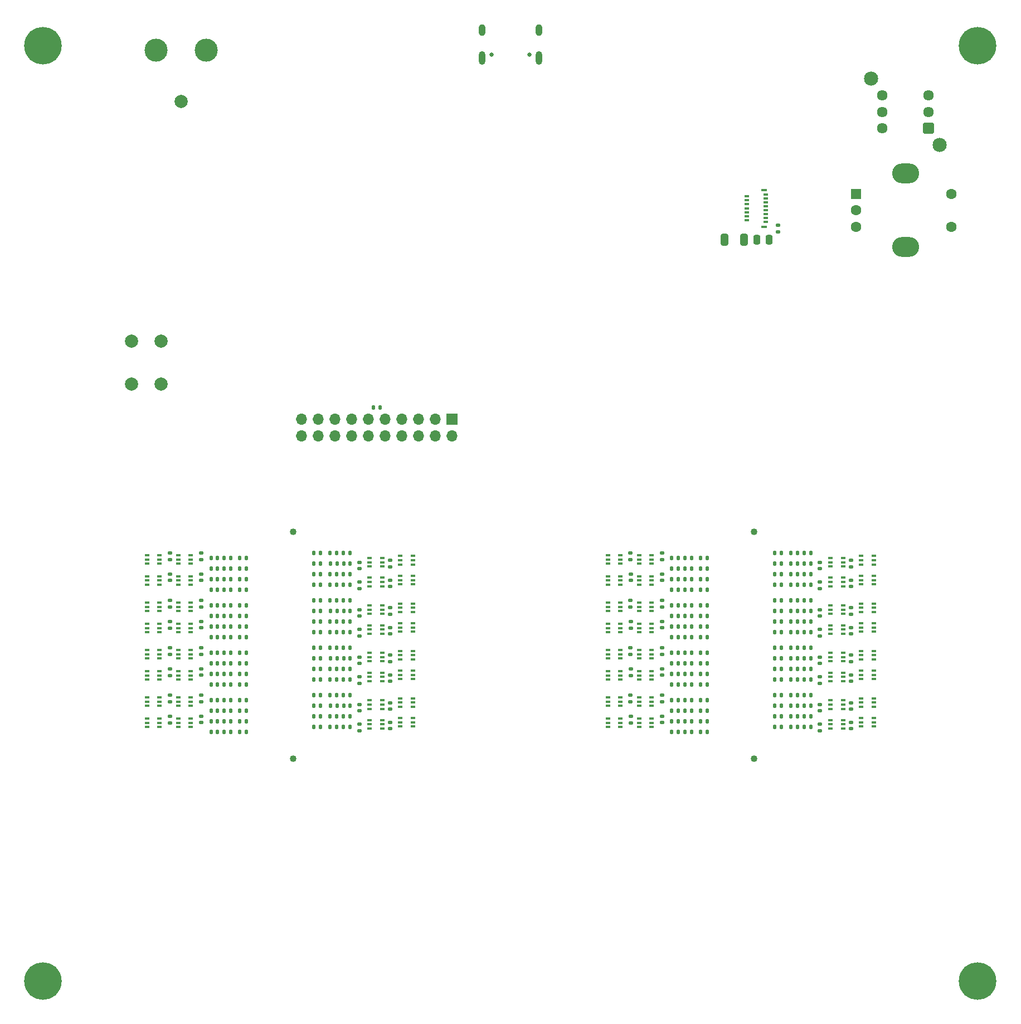
<source format=gbr>
%TF.GenerationSoftware,KiCad,Pcbnew,8.0.1*%
%TF.CreationDate,2024-11-15T12:43:49-05:00*%
%TF.ProjectId,ephys-test-board,65706879-732d-4746-9573-742d626f6172,rev?*%
%TF.SameCoordinates,Original*%
%TF.FileFunction,Soldermask,Bot*%
%TF.FilePolarity,Negative*%
%FSLAX46Y46*%
G04 Gerber Fmt 4.6, Leading zero omitted, Abs format (unit mm)*
G04 Created by KiCad (PCBNEW 8.0.1) date 2024-11-15 12:43:49*
%MOMM*%
%LPD*%
G01*
G04 APERTURE LIST*
G04 Aperture macros list*
%AMRoundRect*
0 Rectangle with rounded corners*
0 $1 Rounding radius*
0 $2 $3 $4 $5 $6 $7 $8 $9 X,Y pos of 4 corners*
0 Add a 4 corners polygon primitive as box body*
4,1,4,$2,$3,$4,$5,$6,$7,$8,$9,$2,$3,0*
0 Add four circle primitives for the rounded corners*
1,1,$1+$1,$2,$3*
1,1,$1+$1,$4,$5*
1,1,$1+$1,$6,$7*
1,1,$1+$1,$8,$9*
0 Add four rect primitives between the rounded corners*
20,1,$1+$1,$2,$3,$4,$5,0*
20,1,$1+$1,$4,$5,$6,$7,0*
20,1,$1+$1,$6,$7,$8,$9,0*
20,1,$1+$1,$8,$9,$2,$3,0*%
G04 Aperture macros list end*
%ADD10C,1.016000*%
%ADD11RoundRect,0.250000X-0.550000X-0.550000X0.550000X-0.550000X0.550000X0.550000X-0.550000X0.550000X0*%
%ADD12C,1.600000*%
%ADD13O,4.100000X3.000000*%
%ADD14R,1.700000X1.700000*%
%ADD15O,1.700000X1.700000*%
%ADD16C,5.700000*%
%ADD17C,2.000000*%
%ADD18C,3.500000*%
%ADD19C,2.154000*%
%ADD20C,1.612000*%
%ADD21RoundRect,0.102000X0.704000X-0.704000X0.704000X0.704000X-0.704000X0.704000X-0.704000X-0.704000X0*%
%ADD22C,0.650000*%
%ADD23O,1.000000X2.100000*%
%ADD24O,1.000000X1.800000*%
%ADD25RoundRect,0.100000X0.225000X0.100000X-0.225000X0.100000X-0.225000X-0.100000X0.225000X-0.100000X0*%
%ADD26RoundRect,0.135000X0.135000X0.185000X-0.135000X0.185000X-0.135000X-0.185000X0.135000X-0.185000X0*%
%ADD27RoundRect,0.140000X-0.170000X0.140000X-0.170000X-0.140000X0.170000X-0.140000X0.170000X0.140000X0*%
%ADD28RoundRect,0.135000X-0.135000X-0.185000X0.135000X-0.185000X0.135000X0.185000X-0.135000X0.185000X0*%
%ADD29RoundRect,0.100000X-0.225000X-0.100000X0.225000X-0.100000X0.225000X0.100000X-0.225000X0.100000X0*%
%ADD30RoundRect,0.140000X0.140000X0.170000X-0.140000X0.170000X-0.140000X-0.170000X0.140000X-0.170000X0*%
%ADD31RoundRect,0.140000X-0.140000X-0.170000X0.140000X-0.170000X0.140000X0.170000X-0.140000X0.170000X0*%
%ADD32RoundRect,0.140000X0.170000X-0.140000X0.170000X0.140000X-0.170000X0.140000X-0.170000X-0.140000X0*%
%ADD33RoundRect,0.250000X0.325000X0.650000X-0.325000X0.650000X-0.325000X-0.650000X0.325000X-0.650000X0*%
%ADD34R,0.800000X0.300000*%
%ADD35R,0.650000X0.300000*%
%ADD36R,0.950000X0.400000*%
%ADD37RoundRect,0.250000X-0.250000X-0.475000X0.250000X-0.475000X0.250000X0.475000X-0.250000X0.475000X0*%
%ADD38RoundRect,0.135000X-0.185000X0.135000X-0.185000X-0.135000X0.185000X-0.135000X0.185000X0.135000X0*%
G04 APERTURE END LIST*
D10*
%TO.C,J3*%
X237032000Y-132762000D03*
X237032000Y-167238000D03*
%TD*%
%TO.C,J2*%
X167032000Y-132762000D03*
X167032000Y-167238000D03*
%TD*%
D11*
%TO.C,SW2*%
X252500000Y-81450000D03*
D12*
X252500000Y-86450000D03*
X252500000Y-83950000D03*
X267000000Y-81450000D03*
X267000000Y-86450000D03*
D13*
X260000000Y-78350000D03*
X260000000Y-89550000D03*
%TD*%
D14*
%TO.C,J1*%
X191120000Y-115700000D03*
D15*
X191120000Y-118240000D03*
X188580000Y-115700000D03*
X188580000Y-118240000D03*
X186040000Y-115700000D03*
X186040000Y-118240000D03*
X183500000Y-115700000D03*
X183500000Y-118240000D03*
X180960000Y-115700000D03*
X180960000Y-118240000D03*
X178420000Y-115700000D03*
X178420000Y-118240000D03*
X175880000Y-115700000D03*
X175880000Y-118240000D03*
X173340000Y-115700000D03*
X173340000Y-118240000D03*
X170800000Y-115700000D03*
X170800000Y-118240000D03*
X168260000Y-115700000D03*
X168260000Y-118240000D03*
%TD*%
D16*
%TO.C,H1*%
X129000000Y-201000000D03*
%TD*%
D17*
%TO.C,S1*%
X142450000Y-110350000D03*
X142450000Y-103850000D03*
X146950000Y-110350000D03*
X146950000Y-103850000D03*
%TD*%
D16*
%TO.C,H2*%
X129000000Y-59000000D03*
%TD*%
D17*
%TO.C,J5*%
X150000000Y-67400000D03*
D18*
X153800000Y-59600000D03*
X146200000Y-59600000D03*
%TD*%
D19*
%TO.C,SW1*%
X254800000Y-64000000D03*
X265200000Y-74000000D03*
D20*
X256500000Y-66500000D03*
X256500000Y-69000000D03*
X256500000Y-71500000D03*
X263500000Y-66500000D03*
X263500000Y-69000000D03*
D21*
X263500000Y-71500000D03*
%TD*%
D16*
%TO.C,H3*%
X271000000Y-59000000D03*
%TD*%
D22*
%TO.C,J6*%
X202890000Y-60315000D03*
X197110000Y-60315000D03*
D23*
X204320000Y-60815000D03*
D24*
X204320000Y-56635000D03*
D23*
X195680000Y-60815000D03*
D24*
X195680000Y-56635000D03*
%TD*%
D16*
%TO.C,H4*%
X271000000Y-201000000D03*
%TD*%
D25*
%TO.C,U140*%
X250525000Y-158375000D03*
X250525000Y-159025000D03*
X250525000Y-159675000D03*
X248625000Y-159675000D03*
X248625000Y-159025000D03*
X248625000Y-158375000D03*
%TD*%
D26*
%TO.C,R63*%
X159910000Y-161600000D03*
X158890000Y-161600000D03*
%TD*%
%TO.C,R185*%
X229910000Y-160000000D03*
X228890000Y-160000000D03*
%TD*%
D27*
%TO.C,C251*%
X251725000Y-147345000D03*
X251725000Y-148305000D03*
%TD*%
D28*
%TO.C,R157*%
X226490000Y-145600000D03*
X227510000Y-145600000D03*
%TD*%
D26*
%TO.C,R74*%
X173635000Y-136025000D03*
X172615000Y-136025000D03*
%TD*%
%TO.C,R234*%
X243635000Y-150425000D03*
X242615000Y-150425000D03*
%TD*%
D29*
%TO.C,U28*%
X144800000Y-155250000D03*
X144800000Y-154600000D03*
X144800000Y-153950000D03*
X146700000Y-153950000D03*
X146700000Y-154600000D03*
X146700000Y-155250000D03*
%TD*%
D30*
%TO.C,C44*%
X155480000Y-148800000D03*
X154520000Y-148800000D03*
%TD*%
D28*
%TO.C,R232*%
X240115000Y-152025000D03*
X241135000Y-152025000D03*
%TD*%
D27*
%TO.C,C115*%
X181725000Y-147345000D03*
X181725000Y-148305000D03*
%TD*%
D25*
%TO.C,U129*%
X255175000Y-150875000D03*
X255175000Y-151525000D03*
X255175000Y-152175000D03*
X253275000Y-152175000D03*
X253275000Y-151525000D03*
X253275000Y-150875000D03*
%TD*%
D31*
%TO.C,C103*%
X174655000Y-144825000D03*
X175615000Y-144825000D03*
%TD*%
D28*
%TO.C,R112*%
X170115000Y-155225000D03*
X171135000Y-155225000D03*
%TD*%
D26*
%TO.C,R244*%
X243635000Y-155225000D03*
X242615000Y-155225000D03*
%TD*%
D32*
%TO.C,C165*%
X223000000Y-140180000D03*
X223000000Y-139220000D03*
%TD*%
D26*
%TO.C,R220*%
X243645000Y-144825000D03*
X242625000Y-144825000D03*
%TD*%
D30*
%TO.C,C25*%
X155480000Y-140000000D03*
X154520000Y-140000000D03*
%TD*%
D27*
%TO.C,C90*%
X181725000Y-137145000D03*
X181725000Y-138105000D03*
%TD*%
D32*
%TO.C,C174*%
X223000000Y-144200000D03*
X223000000Y-143240000D03*
%TD*%
D29*
%TO.C,U22*%
X149550000Y-152050000D03*
X149550000Y-151400000D03*
X149550000Y-150750000D03*
X151450000Y-150750000D03*
X151450000Y-151400000D03*
X151450000Y-152050000D03*
%TD*%
D28*
%TO.C,R246*%
X240115000Y-157625000D03*
X241135000Y-157625000D03*
%TD*%
D30*
%TO.C,C204*%
X225480000Y-158400000D03*
X224520000Y-158400000D03*
%TD*%
%TO.C,C153*%
X225480000Y-136800000D03*
X224520000Y-136800000D03*
%TD*%
D28*
%TO.C,R104*%
X170115000Y-152025000D03*
X171135000Y-152025000D03*
%TD*%
D29*
%TO.C,U78*%
X214800000Y-137650000D03*
X214800000Y-137000000D03*
X214800000Y-136350000D03*
X216700000Y-136350000D03*
X216700000Y-137000000D03*
X216700000Y-137650000D03*
%TD*%
D28*
%TO.C,R43*%
X156490000Y-151200000D03*
X157510000Y-151200000D03*
%TD*%
%TO.C,R179*%
X226490000Y-154400000D03*
X227510000Y-154400000D03*
%TD*%
D30*
%TO.C,C27*%
X155480000Y-141600000D03*
X154520000Y-141600000D03*
%TD*%
D26*
%TO.C,R108*%
X173645000Y-152025000D03*
X172625000Y-152025000D03*
%TD*%
D28*
%TO.C,R200*%
X240115000Y-137625000D03*
X241135000Y-137625000D03*
%TD*%
D26*
%TO.C,R23*%
X159910000Y-144000000D03*
X158890000Y-144000000D03*
%TD*%
%TO.C,R242*%
X243635000Y-153625000D03*
X242615000Y-153625000D03*
%TD*%
%TO.C,R252*%
X243645000Y-159225000D03*
X242625000Y-159225000D03*
%TD*%
D32*
%TO.C,C157*%
X223000000Y-137000000D03*
X223000000Y-136040000D03*
%TD*%
D29*
%TO.C,U85*%
X219550000Y-144850000D03*
X219550000Y-144200000D03*
X219550000Y-143550000D03*
X221450000Y-143550000D03*
X221450000Y-144200000D03*
X221450000Y-144850000D03*
%TD*%
D30*
%TO.C,C19*%
X155480000Y-138400000D03*
X154520000Y-138400000D03*
%TD*%
%TO.C,C76*%
X155480000Y-161600000D03*
X154520000Y-161600000D03*
%TD*%
D26*
%TO.C,R137*%
X229910000Y-138400000D03*
X228890000Y-138400000D03*
%TD*%
D32*
%TO.C,C21*%
X153000000Y-137000000D03*
X153000000Y-136040000D03*
%TD*%
D31*
%TO.C,C230*%
X244645000Y-140825000D03*
X245605000Y-140825000D03*
%TD*%
D25*
%TO.C,U54*%
X180525000Y-146975000D03*
X180525000Y-147625000D03*
X180525000Y-148275000D03*
X178625000Y-148275000D03*
X178625000Y-147625000D03*
X178625000Y-146975000D03*
%TD*%
D32*
%TO.C,C82*%
X148263500Y-161800000D03*
X148263500Y-160840000D03*
%TD*%
D27*
%TO.C,C113*%
X177025000Y-147645000D03*
X177025000Y-148605000D03*
%TD*%
D26*
%TO.C,R98*%
X173635000Y-146425000D03*
X172615000Y-146425000D03*
%TD*%
D28*
%TO.C,R86*%
X170115000Y-143225000D03*
X171135000Y-143225000D03*
%TD*%
D30*
%TO.C,C161*%
X225480000Y-140000000D03*
X224520000Y-140000000D03*
%TD*%
D28*
%TO.C,R67*%
X156490000Y-161600000D03*
X157510000Y-161600000D03*
%TD*%
D25*
%TO.C,U39*%
X185175000Y-136475000D03*
X185175000Y-137125000D03*
X185175000Y-137775000D03*
X183275000Y-137775000D03*
X183275000Y-137125000D03*
X183275000Y-136475000D03*
%TD*%
D26*
%TO.C,R84*%
X173635000Y-140825000D03*
X172615000Y-140825000D03*
%TD*%
D28*
%TO.C,R189*%
X226490000Y-160000000D03*
X227510000Y-160000000D03*
%TD*%
D32*
%TO.C,C57*%
X148250000Y-151400000D03*
X148250000Y-150440000D03*
%TD*%
%TO.C,C29*%
X153000000Y-140180000D03*
X153000000Y-139220000D03*
%TD*%
D30*
%TO.C,C53*%
X155480000Y-152800000D03*
X154520000Y-152800000D03*
%TD*%
D28*
%TO.C,R139*%
X226490000Y-136800000D03*
X227510000Y-136800000D03*
%TD*%
%TO.C,R102*%
X170115000Y-150425000D03*
X171135000Y-150425000D03*
%TD*%
D27*
%TO.C,C249*%
X247025000Y-147645000D03*
X247025000Y-148605000D03*
%TD*%
D32*
%TO.C,C38*%
X153000000Y-144200000D03*
X153000000Y-143240000D03*
%TD*%
D26*
%TO.C,R124*%
X173645000Y-159225000D03*
X172625000Y-159225000D03*
%TD*%
%TO.C,R236*%
X243645000Y-152025000D03*
X242625000Y-152025000D03*
%TD*%
D27*
%TO.C,C243*%
X251725000Y-144345000D03*
X251725000Y-145305000D03*
%TD*%
D25*
%TO.C,U144*%
X250525000Y-161375000D03*
X250525000Y-162025000D03*
X250525000Y-162675000D03*
X248625000Y-162675000D03*
X248625000Y-162025000D03*
X248625000Y-161375000D03*
%TD*%
D27*
%TO.C,C122*%
X177025000Y-151845000D03*
X177025000Y-152805000D03*
%TD*%
%TO.C,C149*%
X181725000Y-161745000D03*
X181725000Y-162705000D03*
%TD*%
D31*
%TO.C,C279*%
X244645000Y-160825000D03*
X245605000Y-160825000D03*
%TD*%
D26*
%TO.C,R218*%
X243635000Y-143225000D03*
X242615000Y-143225000D03*
%TD*%
D29*
%TO.C,U10*%
X144800000Y-140850000D03*
X144800000Y-140200000D03*
X144800000Y-139550000D03*
X146700000Y-139550000D03*
X146700000Y-140200000D03*
X146700000Y-140850000D03*
%TD*%
D28*
%TO.C,R128*%
X170115000Y-162425000D03*
X171135000Y-162425000D03*
%TD*%
%TO.C,R45*%
X156490000Y-152800000D03*
X157510000Y-152800000D03*
%TD*%
D32*
%TO.C,C216*%
X223000000Y-161780000D03*
X223000000Y-160820000D03*
%TD*%
D27*
%TO.C,C277*%
X251725000Y-158745000D03*
X251725000Y-159705000D03*
%TD*%
D31*
%TO.C,C145*%
X174645000Y-162425000D03*
X175605000Y-162425000D03*
%TD*%
D30*
%TO.C,C36*%
X155480000Y-145600000D03*
X154520000Y-145600000D03*
%TD*%
D28*
%TO.C,R88*%
X170115000Y-144825000D03*
X171135000Y-144825000D03*
%TD*%
D32*
%TO.C,C72*%
X153000000Y-158600000D03*
X153000000Y-157640000D03*
%TD*%
D30*
%TO.C,C212*%
X225480000Y-161600000D03*
X224520000Y-161600000D03*
%TD*%
D26*
%TO.C,R116*%
X173635000Y-155225000D03*
X172615000Y-155225000D03*
%TD*%
D28*
%TO.C,R94*%
X170115000Y-146425000D03*
X171135000Y-146425000D03*
%TD*%
D30*
%TO.C,C155*%
X225480000Y-138400000D03*
X224520000Y-138400000D03*
%TD*%
D27*
%TO.C,C132*%
X181725000Y-154545000D03*
X181725000Y-155505000D03*
%TD*%
D30*
%TO.C,C189*%
X225480000Y-152800000D03*
X224520000Y-152800000D03*
%TD*%
D27*
%TO.C,C266*%
X247025000Y-154845000D03*
X247025000Y-155805000D03*
%TD*%
D25*
%TO.C,U117*%
X250525000Y-139775000D03*
X250525000Y-140425000D03*
X250525000Y-141075000D03*
X248625000Y-141075000D03*
X248625000Y-140425000D03*
X248625000Y-139775000D03*
%TD*%
D32*
%TO.C,C40*%
X148250000Y-144200000D03*
X148250000Y-143240000D03*
%TD*%
D28*
%TO.C,R155*%
X226490000Y-144000000D03*
X227510000Y-144000000D03*
%TD*%
%TO.C,R216*%
X240115000Y-144825000D03*
X241135000Y-144825000D03*
%TD*%
D25*
%TO.C,U52*%
X185175000Y-146675000D03*
X185175000Y-147325000D03*
X185175000Y-147975000D03*
X183275000Y-147975000D03*
X183275000Y-147325000D03*
X183275000Y-146675000D03*
%TD*%
D28*
%TO.C,R181*%
X226490000Y-156000000D03*
X227510000Y-156000000D03*
%TD*%
D25*
%TO.C,U133*%
X255175000Y-153875000D03*
X255175000Y-154525000D03*
X255175000Y-155175000D03*
X253275000Y-155175000D03*
X253275000Y-154525000D03*
X253275000Y-153875000D03*
%TD*%
D27*
%TO.C,C88*%
X177025000Y-137445000D03*
X177025000Y-138405000D03*
%TD*%
D29*
%TO.C,U76*%
X219550000Y-137650000D03*
X219550000Y-137000000D03*
X219550000Y-136350000D03*
X221450000Y-136350000D03*
X221450000Y-137000000D03*
X221450000Y-137650000D03*
%TD*%
D26*
%TO.C,R250*%
X243635000Y-157625000D03*
X242615000Y-157625000D03*
%TD*%
D25*
%TO.C,U113*%
X250525000Y-136775000D03*
X250525000Y-137425000D03*
X250525000Y-138075000D03*
X248625000Y-138075000D03*
X248625000Y-137425000D03*
X248625000Y-136775000D03*
%TD*%
D30*
%TO.C,C206*%
X225480000Y-160000000D03*
X224520000Y-160000000D03*
%TD*%
D29*
%TO.C,U89*%
X219550000Y-148050000D03*
X219550000Y-147400000D03*
X219550000Y-146750000D03*
X221450000Y-146750000D03*
X221450000Y-147400000D03*
X221450000Y-148050000D03*
%TD*%
%TO.C,U24*%
X144800000Y-152050000D03*
X144800000Y-151400000D03*
X144800000Y-150750000D03*
X146700000Y-150750000D03*
X146700000Y-151400000D03*
X146700000Y-152050000D03*
%TD*%
D26*
%TO.C,R92*%
X173645000Y-144825000D03*
X172625000Y-144825000D03*
%TD*%
D28*
%TO.C,R147*%
X226490000Y-140000000D03*
X227510000Y-140000000D03*
%TD*%
D29*
%TO.C,U80*%
X219550000Y-140850000D03*
X219550000Y-140200000D03*
X219550000Y-139550000D03*
X221450000Y-139550000D03*
X221450000Y-140200000D03*
X221450000Y-140850000D03*
%TD*%
D30*
%TO.C,C42*%
X155480000Y-147200000D03*
X154520000Y-147200000D03*
%TD*%
D25*
%TO.C,U72*%
X180525000Y-161375000D03*
X180525000Y-162025000D03*
X180525000Y-162675000D03*
X178625000Y-162675000D03*
X178625000Y-162025000D03*
X178625000Y-161375000D03*
%TD*%
%TO.C,U122*%
X250525000Y-143975000D03*
X250525000Y-144625000D03*
X250525000Y-145275000D03*
X248625000Y-145275000D03*
X248625000Y-144625000D03*
X248625000Y-143975000D03*
%TD*%
D27*
%TO.C,C141*%
X181725000Y-158745000D03*
X181725000Y-159705000D03*
%TD*%
D29*
%TO.C,U26*%
X149550000Y-155250000D03*
X149550000Y-154600000D03*
X149550000Y-153950000D03*
X151450000Y-153950000D03*
X151450000Y-154600000D03*
X151450000Y-155250000D03*
%TD*%
D28*
%TO.C,R222*%
X240115000Y-146425000D03*
X241135000Y-146425000D03*
%TD*%
%TO.C,R80*%
X170115000Y-140825000D03*
X171135000Y-140825000D03*
%TD*%
%TO.C,R238*%
X240115000Y-153625000D03*
X241135000Y-153625000D03*
%TD*%
%TO.C,R59*%
X156490000Y-158400000D03*
X157510000Y-158400000D03*
%TD*%
D31*
%TO.C,C247*%
X244645000Y-148025000D03*
X245605000Y-148025000D03*
%TD*%
D29*
%TO.C,U82*%
X214800000Y-140850000D03*
X214800000Y-140200000D03*
X214800000Y-139550000D03*
X216700000Y-139550000D03*
X216700000Y-140200000D03*
X216700000Y-140850000D03*
%TD*%
D30*
%TO.C,C178*%
X225480000Y-147200000D03*
X224520000Y-147200000D03*
%TD*%
D28*
%TO.C,R173*%
X226490000Y-152800000D03*
X227510000Y-152800000D03*
%TD*%
D31*
%TO.C,C222*%
X244655000Y-137625000D03*
X245615000Y-137625000D03*
%TD*%
%TO.C,C92*%
X174645000Y-139225000D03*
X175605000Y-139225000D03*
%TD*%
D29*
%TO.C,U35*%
X149550000Y-162450000D03*
X149550000Y-161800000D03*
X149550000Y-161150000D03*
X151450000Y-161150000D03*
X151450000Y-161800000D03*
X151450000Y-162450000D03*
%TD*%
D32*
%TO.C,C65*%
X148263500Y-154600000D03*
X148263500Y-153640000D03*
%TD*%
D28*
%TO.C,R21*%
X156490000Y-141600000D03*
X157510000Y-141600000D03*
%TD*%
D27*
%TO.C,C98*%
X181725000Y-140145000D03*
X181725000Y-141105000D03*
%TD*%
D32*
%TO.C,C74*%
X148250000Y-158600000D03*
X148250000Y-157640000D03*
%TD*%
D30*
%TO.C,C51*%
X155480000Y-151200000D03*
X154520000Y-151200000D03*
%TD*%
D26*
%TO.C,R175*%
X229910000Y-154400000D03*
X228890000Y-154400000D03*
%TD*%
D27*
%TO.C,C241*%
X247025000Y-144645000D03*
X247025000Y-145605000D03*
%TD*%
D32*
%TO.C,C191*%
X223000000Y-151400000D03*
X223000000Y-150440000D03*
%TD*%
D28*
%TO.C,R69*%
X156490000Y-163200000D03*
X157510000Y-163200000D03*
%TD*%
D25*
%TO.C,U138*%
X255175000Y-158075000D03*
X255175000Y-158725000D03*
X255175000Y-159375000D03*
X253275000Y-159375000D03*
X253275000Y-158725000D03*
X253275000Y-158075000D03*
%TD*%
D32*
%TO.C,C55*%
X153000000Y-151400000D03*
X153000000Y-150440000D03*
%TD*%
D26*
%TO.C,R228*%
X243635000Y-148025000D03*
X242615000Y-148025000D03*
%TD*%
D31*
%TO.C,C128*%
X174645000Y-155225000D03*
X175605000Y-155225000D03*
%TD*%
D32*
%TO.C,C210*%
X218250000Y-158600000D03*
X218250000Y-157640000D03*
%TD*%
D29*
%TO.C,U109*%
X214800000Y-162450000D03*
X214800000Y-161800000D03*
X214800000Y-161150000D03*
X216700000Y-161150000D03*
X216700000Y-161800000D03*
X216700000Y-162450000D03*
%TD*%
D28*
%TO.C,R198*%
X240115000Y-136025000D03*
X241135000Y-136025000D03*
%TD*%
D31*
%TO.C,C262*%
X244645000Y-153625000D03*
X245605000Y-153625000D03*
%TD*%
%TO.C,C273*%
X244655000Y-159225000D03*
X245615000Y-159225000D03*
%TD*%
D27*
%TO.C,C139*%
X177025000Y-159045000D03*
X177025000Y-160005000D03*
%TD*%
D26*
%TO.C,R76*%
X173645000Y-137625000D03*
X172625000Y-137625000D03*
%TD*%
%TO.C,R167*%
X229910000Y-151200000D03*
X228890000Y-151200000D03*
%TD*%
D25*
%TO.C,U70*%
X185175000Y-161075000D03*
X185175000Y-161725000D03*
X185175000Y-162375000D03*
X183275000Y-162375000D03*
X183275000Y-161725000D03*
X183275000Y-161075000D03*
%TD*%
D27*
%TO.C,C234*%
X251725000Y-140145000D03*
X251725000Y-141105000D03*
%TD*%
D32*
%TO.C,C208*%
X223000000Y-158600000D03*
X223000000Y-157640000D03*
%TD*%
D29*
%TO.C,U87*%
X214800000Y-144850000D03*
X214800000Y-144200000D03*
X214800000Y-143550000D03*
X216700000Y-143550000D03*
X216700000Y-144200000D03*
X216700000Y-144850000D03*
%TD*%
D25*
%TO.C,U120*%
X255175000Y-143675000D03*
X255175000Y-144325000D03*
X255175000Y-144975000D03*
X253275000Y-144975000D03*
X253275000Y-144325000D03*
X253275000Y-143675000D03*
%TD*%
D26*
%TO.C,R25*%
X159910000Y-145600000D03*
X158890000Y-145600000D03*
%TD*%
D30*
%TO.C,C197*%
X225480000Y-156000000D03*
X224520000Y-156000000D03*
%TD*%
D31*
%TO.C,C120*%
X174655000Y-152025000D03*
X175615000Y-152025000D03*
%TD*%
%TO.C,C271*%
X244645000Y-157625000D03*
X245605000Y-157625000D03*
%TD*%
D30*
%TO.C,C170*%
X225480000Y-144000000D03*
X224520000Y-144000000D03*
%TD*%
D29*
%TO.C,U98*%
X219550000Y-155250000D03*
X219550000Y-154600000D03*
X219550000Y-153950000D03*
X221450000Y-153950000D03*
X221450000Y-154600000D03*
X221450000Y-155250000D03*
%TD*%
%TO.C,U100*%
X214800000Y-155250000D03*
X214800000Y-154600000D03*
X214800000Y-153950000D03*
X216700000Y-153950000D03*
X216700000Y-154600000D03*
X216700000Y-155250000D03*
%TD*%
D25*
%TO.C,U41*%
X180525000Y-136775000D03*
X180525000Y-137425000D03*
X180525000Y-138075000D03*
X178625000Y-138075000D03*
X178625000Y-137425000D03*
X178625000Y-136775000D03*
%TD*%
D30*
%TO.C,C59*%
X155480000Y-154400000D03*
X154520000Y-154400000D03*
%TD*%
D26*
%TO.C,R57*%
X159910000Y-160000000D03*
X158890000Y-160000000D03*
%TD*%
D28*
%TO.C,R195*%
X226490000Y-161600000D03*
X227510000Y-161600000D03*
%TD*%
D26*
%TO.C,R145*%
X229910000Y-141600000D03*
X228890000Y-141600000D03*
%TD*%
D31*
%TO.C,C135*%
X174645000Y-157625000D03*
X175605000Y-157625000D03*
%TD*%
D32*
%TO.C,C193*%
X218250000Y-151400000D03*
X218250000Y-150440000D03*
%TD*%
D26*
%TO.C,R65*%
X159910000Y-163200000D03*
X158890000Y-163200000D03*
%TD*%
%TO.C,R39*%
X159910000Y-151200000D03*
X158890000Y-151200000D03*
%TD*%
D28*
%TO.C,R27*%
X156490000Y-144000000D03*
X157510000Y-144000000D03*
%TD*%
%TO.C,R197*%
X226490000Y-163200000D03*
X227510000Y-163200000D03*
%TD*%
D31*
%TO.C,C281*%
X244645000Y-162425000D03*
X245605000Y-162425000D03*
%TD*%
D29*
%TO.C,U33*%
X144800000Y-159250000D03*
X144800000Y-158600000D03*
X144800000Y-157950000D03*
X146700000Y-157950000D03*
X146700000Y-158600000D03*
X146700000Y-159250000D03*
%TD*%
D27*
%TO.C,C285*%
X251725000Y-161745000D03*
X251725000Y-162705000D03*
%TD*%
D29*
%TO.C,U6*%
X144800000Y-137650000D03*
X144800000Y-137000000D03*
X144800000Y-136350000D03*
X146700000Y-136350000D03*
X146700000Y-137000000D03*
X146700000Y-137650000D03*
%TD*%
D25*
%TO.C,U57*%
X185175000Y-150875000D03*
X185175000Y-151525000D03*
X185175000Y-152175000D03*
X183275000Y-152175000D03*
X183275000Y-151525000D03*
X183275000Y-150875000D03*
%TD*%
D26*
%TO.C,R260*%
X243635000Y-162425000D03*
X242615000Y-162425000D03*
%TD*%
D28*
%TO.C,R230*%
X240115000Y-150425000D03*
X241135000Y-150425000D03*
%TD*%
D32*
%TO.C,C182*%
X223000000Y-147380000D03*
X223000000Y-146420000D03*
%TD*%
D26*
%TO.C,R2*%
X180210000Y-113900000D03*
X179190000Y-113900000D03*
%TD*%
D31*
%TO.C,C137*%
X174655000Y-159225000D03*
X175615000Y-159225000D03*
%TD*%
D27*
%TO.C,C268*%
X251725000Y-154545000D03*
X251725000Y-155505000D03*
%TD*%
D28*
%TO.C,R61*%
X156490000Y-160000000D03*
X157510000Y-160000000D03*
%TD*%
D27*
%TO.C,C275*%
X247025000Y-159045000D03*
X247025000Y-160005000D03*
%TD*%
D26*
%TO.C,R161*%
X229910000Y-148800000D03*
X228890000Y-148800000D03*
%TD*%
D27*
%TO.C,C258*%
X247025000Y-151845000D03*
X247025000Y-152805000D03*
%TD*%
D25*
%TO.C,U61*%
X185175000Y-153875000D03*
X185175000Y-154525000D03*
X185175000Y-155175000D03*
X183275000Y-155175000D03*
X183275000Y-154525000D03*
X183275000Y-153875000D03*
%TD*%
D26*
%TO.C,R15*%
X159910000Y-140000000D03*
X158890000Y-140000000D03*
%TD*%
D27*
%TO.C,C105*%
X177025000Y-144645000D03*
X177025000Y-145605000D03*
%TD*%
D30*
%TO.C,C214*%
X225480000Y-163200000D03*
X224520000Y-163200000D03*
%TD*%
D29*
%TO.C,U13*%
X149550000Y-144850000D03*
X149550000Y-144200000D03*
X149550000Y-143550000D03*
X151450000Y-143550000D03*
X151450000Y-144200000D03*
X151450000Y-144850000D03*
%TD*%
%TO.C,U8*%
X149550000Y-140850000D03*
X149550000Y-140200000D03*
X149550000Y-139550000D03*
X151450000Y-139550000D03*
X151450000Y-140200000D03*
X151450000Y-140850000D03*
%TD*%
D31*
%TO.C,C254*%
X244645000Y-150425000D03*
X245605000Y-150425000D03*
%TD*%
D29*
%TO.C,U31*%
X149550000Y-159250000D03*
X149550000Y-158600000D03*
X149550000Y-157950000D03*
X151450000Y-157950000D03*
X151450000Y-158600000D03*
X151450000Y-159250000D03*
%TD*%
D26*
%TO.C,R122*%
X173635000Y-157625000D03*
X172615000Y-157625000D03*
%TD*%
D29*
%TO.C,U4*%
X149550000Y-137650000D03*
X149550000Y-137000000D03*
X149550000Y-136350000D03*
X151450000Y-136350000D03*
X151450000Y-137000000D03*
X151450000Y-137650000D03*
%TD*%
D32*
%TO.C,C167*%
X218263500Y-140200000D03*
X218263500Y-139240000D03*
%TD*%
D28*
%TO.C,R120*%
X170115000Y-159225000D03*
X171135000Y-159225000D03*
%TD*%
D27*
%TO.C,C130*%
X177025000Y-154845000D03*
X177025000Y-155805000D03*
%TD*%
D26*
%TO.C,R153*%
X229910000Y-145600000D03*
X228890000Y-145600000D03*
%TD*%
D25*
%TO.C,U50*%
X180525000Y-143975000D03*
X180525000Y-144625000D03*
X180525000Y-145275000D03*
X178625000Y-145275000D03*
X178625000Y-144625000D03*
X178625000Y-143975000D03*
%TD*%
%TO.C,U43*%
X185175000Y-139475000D03*
X185175000Y-140125000D03*
X185175000Y-140775000D03*
X183275000Y-140775000D03*
X183275000Y-140125000D03*
X183275000Y-139475000D03*
%TD*%
D29*
%TO.C,U15*%
X144800000Y-144850000D03*
X144800000Y-144200000D03*
X144800000Y-143550000D03*
X146700000Y-143550000D03*
X146700000Y-144200000D03*
X146700000Y-144850000D03*
%TD*%
D28*
%TO.C,R53*%
X156490000Y-156000000D03*
X157510000Y-156000000D03*
%TD*%
D31*
%TO.C,C245*%
X244645000Y-146425000D03*
X245605000Y-146425000D03*
%TD*%
D28*
%TO.C,R11*%
X156490000Y-136800000D03*
X157510000Y-136800000D03*
%TD*%
D31*
%TO.C,C237*%
X244645000Y-143225000D03*
X245605000Y-143225000D03*
%TD*%
D28*
%TO.C,R70*%
X170115000Y-136025000D03*
X171135000Y-136025000D03*
%TD*%
D26*
%TO.C,R132*%
X173635000Y-162425000D03*
X172615000Y-162425000D03*
%TD*%
D31*
%TO.C,C126*%
X174645000Y-153625000D03*
X175605000Y-153625000D03*
%TD*%
D30*
%TO.C,C17*%
X155480000Y-136800000D03*
X154520000Y-136800000D03*
%TD*%
D26*
%TO.C,R82*%
X173635000Y-139225000D03*
X172615000Y-139225000D03*
%TD*%
D30*
%TO.C,C180*%
X225480000Y-148800000D03*
X224520000Y-148800000D03*
%TD*%
D26*
%TO.C,R9*%
X159910000Y-138400000D03*
X158890000Y-138400000D03*
%TD*%
D28*
%TO.C,R37*%
X156490000Y-148800000D03*
X157510000Y-148800000D03*
%TD*%
D25*
%TO.C,U111*%
X255175000Y-136475000D03*
X255175000Y-137125000D03*
X255175000Y-137775000D03*
X253275000Y-137775000D03*
X253275000Y-137125000D03*
X253275000Y-136475000D03*
%TD*%
D26*
%TO.C,R177*%
X229910000Y-156000000D03*
X228890000Y-156000000D03*
%TD*%
D28*
%TO.C,R248*%
X240115000Y-159225000D03*
X241135000Y-159225000D03*
%TD*%
D26*
%TO.C,R183*%
X229910000Y-158400000D03*
X228890000Y-158400000D03*
%TD*%
D25*
%TO.C,U68*%
X180525000Y-158375000D03*
X180525000Y-159025000D03*
X180525000Y-159675000D03*
X178625000Y-159675000D03*
X178625000Y-159025000D03*
X178625000Y-158375000D03*
%TD*%
D30*
%TO.C,C78*%
X155480000Y-163200000D03*
X154520000Y-163200000D03*
%TD*%
D29*
%TO.C,U96*%
X214800000Y-152050000D03*
X214800000Y-151400000D03*
X214800000Y-150750000D03*
X216700000Y-150750000D03*
X216700000Y-151400000D03*
X216700000Y-152050000D03*
%TD*%
D26*
%TO.C,R202*%
X243635000Y-136025000D03*
X242615000Y-136025000D03*
%TD*%
D28*
%TO.C,R78*%
X170115000Y-139225000D03*
X171135000Y-139225000D03*
%TD*%
D33*
%TO.C,C301*%
X235448566Y-88450000D03*
X232498566Y-88450000D03*
%TD*%
D32*
%TO.C,C199*%
X223000000Y-154580000D03*
X223000000Y-153620000D03*
%TD*%
D26*
%TO.C,R106*%
X173635000Y-150425000D03*
X172615000Y-150425000D03*
%TD*%
D32*
%TO.C,C218*%
X218263500Y-161800000D03*
X218263500Y-160840000D03*
%TD*%
D30*
%TO.C,C163*%
X225480000Y-141600000D03*
X224520000Y-141600000D03*
%TD*%
D28*
%TO.C,R224*%
X240115000Y-148025000D03*
X241135000Y-148025000D03*
%TD*%
D26*
%TO.C,R7*%
X159910000Y-136800000D03*
X158890000Y-136800000D03*
%TD*%
D30*
%TO.C,C34*%
X155480000Y-144000000D03*
X154520000Y-144000000D03*
%TD*%
D26*
%TO.C,R130*%
X173635000Y-160825000D03*
X172615000Y-160825000D03*
%TD*%
D31*
%TO.C,C94*%
X174645000Y-140825000D03*
X175605000Y-140825000D03*
%TD*%
%TO.C,C109*%
X174645000Y-146425000D03*
X175605000Y-146425000D03*
%TD*%
D27*
%TO.C,C107*%
X181725000Y-144345000D03*
X181725000Y-145305000D03*
%TD*%
%TO.C,C96*%
X177025000Y-140445000D03*
X177025000Y-141405000D03*
%TD*%
D25*
%TO.C,U135*%
X250525000Y-154175000D03*
X250525000Y-154825000D03*
X250525000Y-155475000D03*
X248625000Y-155475000D03*
X248625000Y-154825000D03*
X248625000Y-154175000D03*
%TD*%
D26*
%TO.C,R159*%
X229910000Y-147200000D03*
X228890000Y-147200000D03*
%TD*%
%TO.C,R151*%
X229910000Y-144000000D03*
X228890000Y-144000000D03*
%TD*%
D32*
%TO.C,C184*%
X218263500Y-147400000D03*
X218263500Y-146440000D03*
%TD*%
D28*
%TO.C,R72*%
X170115000Y-137625000D03*
X171135000Y-137625000D03*
%TD*%
D27*
%TO.C,C147*%
X177025000Y-162045000D03*
X177025000Y-163005000D03*
%TD*%
D25*
%TO.C,U45*%
X180525000Y-139775000D03*
X180525000Y-140425000D03*
X180525000Y-141075000D03*
X178625000Y-141075000D03*
X178625000Y-140425000D03*
X178625000Y-139775000D03*
%TD*%
D26*
%TO.C,R143*%
X229910000Y-140000000D03*
X228890000Y-140000000D03*
%TD*%
D27*
%TO.C,C283*%
X247025000Y-162045000D03*
X247025000Y-163005000D03*
%TD*%
D25*
%TO.C,U142*%
X255175000Y-161075000D03*
X255175000Y-161725000D03*
X255175000Y-162375000D03*
X253275000Y-162375000D03*
X253275000Y-161725000D03*
X253275000Y-161075000D03*
%TD*%
D26*
%TO.C,R169*%
X229910000Y-152800000D03*
X228890000Y-152800000D03*
%TD*%
D28*
%TO.C,R126*%
X170115000Y-160825000D03*
X171135000Y-160825000D03*
%TD*%
%TO.C,R165*%
X226490000Y-148800000D03*
X227510000Y-148800000D03*
%TD*%
%TO.C,R35*%
X156490000Y-147200000D03*
X157510000Y-147200000D03*
%TD*%
D29*
%TO.C,U91*%
X214800000Y-148050000D03*
X214800000Y-147400000D03*
X214800000Y-146750000D03*
X216700000Y-146750000D03*
X216700000Y-147400000D03*
X216700000Y-148050000D03*
%TD*%
%TO.C,U19*%
X144800000Y-148050000D03*
X144800000Y-147400000D03*
X144800000Y-146750000D03*
X146700000Y-146750000D03*
X146700000Y-147400000D03*
X146700000Y-148050000D03*
%TD*%
D25*
%TO.C,U48*%
X185175000Y-143675000D03*
X185175000Y-144325000D03*
X185175000Y-144975000D03*
X183275000Y-144975000D03*
X183275000Y-144325000D03*
X183275000Y-143675000D03*
%TD*%
D28*
%TO.C,R206*%
X240115000Y-139225000D03*
X241135000Y-139225000D03*
%TD*%
D31*
%TO.C,C84*%
X174645000Y-136025000D03*
X175605000Y-136025000D03*
%TD*%
%TO.C,C101*%
X174645000Y-143225000D03*
X175605000Y-143225000D03*
%TD*%
%TO.C,C256*%
X244655000Y-152025000D03*
X245615000Y-152025000D03*
%TD*%
D32*
%TO.C,C23*%
X148250000Y-137000000D03*
X148250000Y-136040000D03*
%TD*%
D26*
%TO.C,R204*%
X243645000Y-137625000D03*
X242625000Y-137625000D03*
%TD*%
%TO.C,R193*%
X229910000Y-163200000D03*
X228890000Y-163200000D03*
%TD*%
D31*
%TO.C,C239*%
X244655000Y-144825000D03*
X245615000Y-144825000D03*
%TD*%
D28*
%TO.C,R256*%
X240115000Y-162425000D03*
X241135000Y-162425000D03*
%TD*%
D31*
%TO.C,C86*%
X174655000Y-137625000D03*
X175615000Y-137625000D03*
%TD*%
D27*
%TO.C,C124*%
X181725000Y-151545000D03*
X181725000Y-152505000D03*
%TD*%
D32*
%TO.C,C46*%
X153000000Y-147380000D03*
X153000000Y-146420000D03*
%TD*%
D28*
%TO.C,R141*%
X226490000Y-138400000D03*
X227510000Y-138400000D03*
%TD*%
D25*
%TO.C,U63*%
X180525000Y-154175000D03*
X180525000Y-154825000D03*
X180525000Y-155475000D03*
X178625000Y-155475000D03*
X178625000Y-154825000D03*
X178625000Y-154175000D03*
%TD*%
D26*
%TO.C,R100*%
X173635000Y-148025000D03*
X172615000Y-148025000D03*
%TD*%
D29*
%TO.C,U37*%
X144800000Y-162450000D03*
X144800000Y-161800000D03*
X144800000Y-161150000D03*
X146700000Y-161150000D03*
X146700000Y-161800000D03*
X146700000Y-162450000D03*
%TD*%
D26*
%TO.C,R49*%
X159910000Y-156000000D03*
X158890000Y-156000000D03*
%TD*%
D31*
%TO.C,C264*%
X244645000Y-155225000D03*
X245605000Y-155225000D03*
%TD*%
D26*
%TO.C,R17*%
X159910000Y-141600000D03*
X158890000Y-141600000D03*
%TD*%
D25*
%TO.C,U115*%
X255175000Y-139475000D03*
X255175000Y-140125000D03*
X255175000Y-140775000D03*
X253275000Y-140775000D03*
X253275000Y-140125000D03*
X253275000Y-139475000D03*
%TD*%
D26*
%TO.C,R212*%
X243635000Y-140825000D03*
X242615000Y-140825000D03*
%TD*%
D28*
%TO.C,R19*%
X156490000Y-140000000D03*
X157510000Y-140000000D03*
%TD*%
D26*
%TO.C,R90*%
X173635000Y-143225000D03*
X172615000Y-143225000D03*
%TD*%
%TO.C,R41*%
X159910000Y-152800000D03*
X158890000Y-152800000D03*
%TD*%
D32*
%TO.C,C159*%
X218250000Y-137000000D03*
X218250000Y-136040000D03*
%TD*%
D28*
%TO.C,R149*%
X226490000Y-141600000D03*
X227510000Y-141600000D03*
%TD*%
D29*
%TO.C,U105*%
X214800000Y-159250000D03*
X214800000Y-158600000D03*
X214800000Y-157950000D03*
X216700000Y-157950000D03*
X216700000Y-158600000D03*
X216700000Y-159250000D03*
%TD*%
D31*
%TO.C,C118*%
X174645000Y-150425000D03*
X175605000Y-150425000D03*
%TD*%
D32*
%TO.C,C31*%
X148263500Y-140200000D03*
X148263500Y-139240000D03*
%TD*%
D28*
%TO.C,R214*%
X240115000Y-143225000D03*
X241135000Y-143225000D03*
%TD*%
%TO.C,R187*%
X226490000Y-158400000D03*
X227510000Y-158400000D03*
%TD*%
D32*
%TO.C,C176*%
X218250000Y-144200000D03*
X218250000Y-143240000D03*
%TD*%
D25*
%TO.C,U126*%
X250525000Y-146975000D03*
X250525000Y-147625000D03*
X250525000Y-148275000D03*
X248625000Y-148275000D03*
X248625000Y-147625000D03*
X248625000Y-146975000D03*
%TD*%
D32*
%TO.C,C63*%
X153000000Y-154580000D03*
X153000000Y-153620000D03*
%TD*%
D30*
%TO.C,C187*%
X225480000Y-151200000D03*
X224520000Y-151200000D03*
%TD*%
D25*
%TO.C,U59*%
X180525000Y-151175000D03*
X180525000Y-151825000D03*
X180525000Y-152475000D03*
X178625000Y-152475000D03*
X178625000Y-151825000D03*
X178625000Y-151175000D03*
%TD*%
D30*
%TO.C,C61*%
X155480000Y-156000000D03*
X154520000Y-156000000D03*
%TD*%
D26*
%TO.C,R135*%
X229910000Y-136800000D03*
X228890000Y-136800000D03*
%TD*%
%TO.C,R33*%
X159910000Y-148800000D03*
X158890000Y-148800000D03*
%TD*%
%TO.C,R47*%
X159910000Y-154400000D03*
X158890000Y-154400000D03*
%TD*%
D28*
%TO.C,R163*%
X226490000Y-147200000D03*
X227510000Y-147200000D03*
%TD*%
D27*
%TO.C,C232*%
X247025000Y-140445000D03*
X247025000Y-141405000D03*
%TD*%
D28*
%TO.C,R29*%
X156490000Y-145600000D03*
X157510000Y-145600000D03*
%TD*%
D27*
%TO.C,C260*%
X251725000Y-151545000D03*
X251725000Y-152505000D03*
%TD*%
D30*
%TO.C,C195*%
X225480000Y-154400000D03*
X224520000Y-154400000D03*
%TD*%
D26*
%TO.C,R55*%
X159910000Y-158400000D03*
X158890000Y-158400000D03*
%TD*%
D29*
%TO.C,U107*%
X219550000Y-162450000D03*
X219550000Y-161800000D03*
X219550000Y-161150000D03*
X221450000Y-161150000D03*
X221450000Y-161800000D03*
X221450000Y-162450000D03*
%TD*%
D26*
%TO.C,R114*%
X173635000Y-153625000D03*
X172615000Y-153625000D03*
%TD*%
D31*
%TO.C,C228*%
X244645000Y-139225000D03*
X245605000Y-139225000D03*
%TD*%
D30*
%TO.C,C172*%
X225480000Y-145600000D03*
X224520000Y-145600000D03*
%TD*%
D34*
%TO.C,J4*%
X238773566Y-81550000D03*
D35*
X235898566Y-81850000D03*
D34*
X238773566Y-82150000D03*
D35*
X235898566Y-82450000D03*
D34*
X238773566Y-82750000D03*
D35*
X235898566Y-83050000D03*
D34*
X238773566Y-83350000D03*
D35*
X235898566Y-83650000D03*
D34*
X238773566Y-83950000D03*
D35*
X235898566Y-84250000D03*
D34*
X238773566Y-84550000D03*
D35*
X235898566Y-84850000D03*
D34*
X238773566Y-85150000D03*
D35*
X235898566Y-85450000D03*
D34*
X238773566Y-85750000D03*
D36*
X238498566Y-86450000D03*
X238498566Y-80850000D03*
%TD*%
D37*
%TO.C,C302*%
X237423566Y-88450000D03*
X239323566Y-88450000D03*
%TD*%
D28*
%TO.C,R51*%
X156490000Y-154400000D03*
X157510000Y-154400000D03*
%TD*%
%TO.C,R118*%
X170115000Y-157625000D03*
X171135000Y-157625000D03*
%TD*%
%TO.C,R96*%
X170115000Y-148025000D03*
X171135000Y-148025000D03*
%TD*%
D26*
%TO.C,R210*%
X243635000Y-139225000D03*
X242615000Y-139225000D03*
%TD*%
D30*
%TO.C,C70*%
X155480000Y-160000000D03*
X154520000Y-160000000D03*
%TD*%
D28*
%TO.C,R240*%
X240115000Y-155225000D03*
X241135000Y-155225000D03*
%TD*%
%TO.C,R208*%
X240115000Y-140825000D03*
X241135000Y-140825000D03*
%TD*%
%TO.C,R171*%
X226490000Y-151200000D03*
X227510000Y-151200000D03*
%TD*%
D31*
%TO.C,C143*%
X174645000Y-160825000D03*
X175605000Y-160825000D03*
%TD*%
D29*
%TO.C,U17*%
X149550000Y-148050000D03*
X149550000Y-147400000D03*
X149550000Y-146750000D03*
X151450000Y-146750000D03*
X151450000Y-147400000D03*
X151450000Y-148050000D03*
%TD*%
D28*
%TO.C,R13*%
X156490000Y-138400000D03*
X157510000Y-138400000D03*
%TD*%
D38*
%TO.C,R277*%
X240673566Y-86240000D03*
X240673566Y-87260000D03*
%TD*%
D25*
%TO.C,U66*%
X185175000Y-158075000D03*
X185175000Y-158725000D03*
X185175000Y-159375000D03*
X183275000Y-159375000D03*
X183275000Y-158725000D03*
X183275000Y-158075000D03*
%TD*%
D32*
%TO.C,C80*%
X153000000Y-161780000D03*
X153000000Y-160820000D03*
%TD*%
D27*
%TO.C,C226*%
X251725000Y-137145000D03*
X251725000Y-138105000D03*
%TD*%
D31*
%TO.C,C220*%
X244645000Y-136025000D03*
X245605000Y-136025000D03*
%TD*%
%TO.C,C111*%
X174645000Y-148025000D03*
X175605000Y-148025000D03*
%TD*%
D27*
%TO.C,C224*%
X247025000Y-137445000D03*
X247025000Y-138405000D03*
%TD*%
D32*
%TO.C,C201*%
X218263500Y-154600000D03*
X218263500Y-153640000D03*
%TD*%
D28*
%TO.C,R110*%
X170115000Y-153625000D03*
X171135000Y-153625000D03*
%TD*%
D25*
%TO.C,U131*%
X250525000Y-151175000D03*
X250525000Y-151825000D03*
X250525000Y-152475000D03*
X248625000Y-152475000D03*
X248625000Y-151825000D03*
X248625000Y-151175000D03*
%TD*%
D30*
%TO.C,C68*%
X155480000Y-158400000D03*
X154520000Y-158400000D03*
%TD*%
D26*
%TO.C,R191*%
X229910000Y-161600000D03*
X228890000Y-161600000D03*
%TD*%
D29*
%TO.C,U94*%
X219550000Y-152050000D03*
X219550000Y-151400000D03*
X219550000Y-150750000D03*
X221450000Y-150750000D03*
X221450000Y-151400000D03*
X221450000Y-152050000D03*
%TD*%
D25*
%TO.C,U124*%
X255175000Y-146675000D03*
X255175000Y-147325000D03*
X255175000Y-147975000D03*
X253275000Y-147975000D03*
X253275000Y-147325000D03*
X253275000Y-146675000D03*
%TD*%
D29*
%TO.C,U103*%
X219550000Y-159250000D03*
X219550000Y-158600000D03*
X219550000Y-157950000D03*
X221450000Y-157950000D03*
X221450000Y-158600000D03*
X221450000Y-159250000D03*
%TD*%
D26*
%TO.C,R258*%
X243635000Y-160825000D03*
X242615000Y-160825000D03*
%TD*%
%TO.C,R31*%
X159910000Y-147200000D03*
X158890000Y-147200000D03*
%TD*%
D32*
%TO.C,C48*%
X148263500Y-147400000D03*
X148263500Y-146440000D03*
%TD*%
D26*
%TO.C,R226*%
X243635000Y-146425000D03*
X242615000Y-146425000D03*
%TD*%
D28*
%TO.C,R254*%
X240115000Y-160825000D03*
X241135000Y-160825000D03*
%TD*%
M02*

</source>
